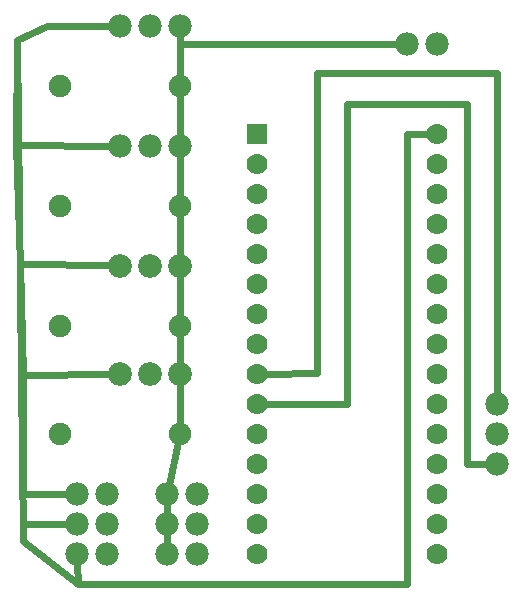
<source format=gbl>
G04 MADE WITH FRITZING*
G04 WWW.FRITZING.ORG*
G04 DOUBLE SIDED*
G04 HOLES PLATED*
G04 CONTOUR ON CENTER OF CONTOUR VECTOR*
%ASAXBY*%
%FSLAX23Y23*%
%MOIN*%
%OFA0B0*%
%SFA1.0B1.0*%
%ADD10C,0.070000*%
%ADD11C,0.078000*%
%ADD12C,0.075000*%
%ADD13C,0.079370*%
%ADD14R,0.069972X0.070000*%
%ADD15C,0.024000*%
%LNCOPPER0*%
G90*
G70*
G54D10*
X930Y1665D03*
X930Y1565D03*
X930Y1465D03*
X930Y1365D03*
X930Y1265D03*
X930Y1165D03*
X930Y1065D03*
X930Y965D03*
X930Y865D03*
X930Y765D03*
X930Y665D03*
X930Y565D03*
X930Y465D03*
X930Y365D03*
X930Y265D03*
X1530Y1665D03*
X1530Y1565D03*
X1530Y1465D03*
X1530Y1365D03*
X1530Y1265D03*
X1530Y1165D03*
X1530Y1065D03*
X1530Y965D03*
X1530Y865D03*
X1530Y765D03*
X1530Y665D03*
X1530Y565D03*
X1530Y465D03*
X1530Y365D03*
X1530Y265D03*
G54D11*
X1730Y765D03*
X1730Y665D03*
X1730Y565D03*
X674Y2026D03*
X574Y2026D03*
X474Y2026D03*
X674Y1626D03*
X574Y1626D03*
X474Y1626D03*
X730Y265D03*
X630Y265D03*
X730Y365D03*
X630Y365D03*
X430Y265D03*
X330Y265D03*
X430Y365D03*
X330Y365D03*
X430Y465D03*
X330Y465D03*
X730Y465D03*
X630Y465D03*
X1530Y1965D03*
X1430Y1965D03*
G54D12*
X274Y1026D03*
X674Y1026D03*
X274Y1426D03*
X674Y1426D03*
X274Y1826D03*
X674Y1826D03*
G54D13*
X674Y865D03*
X574Y865D03*
X474Y865D03*
X674Y1226D03*
X574Y1226D03*
X474Y1226D03*
G54D12*
X273Y665D03*
X673Y665D03*
G54D14*
X930Y1665D03*
G54D15*
X331Y165D02*
X330Y235D01*
D02*
X150Y465D02*
X300Y465D01*
D02*
X150Y862D02*
X150Y465D01*
D02*
X150Y365D02*
X300Y365D01*
D02*
X150Y310D02*
X150Y365D01*
D02*
X1730Y1867D02*
X1730Y795D01*
D02*
X1129Y1867D02*
X1730Y1867D01*
D02*
X1129Y867D02*
X1129Y1867D01*
D02*
X959Y866D02*
X1129Y867D01*
D02*
X1629Y566D02*
X1630Y1766D01*
D02*
X1630Y1766D02*
X1230Y1766D01*
D02*
X1230Y1766D02*
X1230Y766D01*
D02*
X1230Y766D02*
X959Y765D01*
D02*
X1700Y565D02*
X1629Y566D01*
D02*
X674Y1965D02*
X674Y1996D01*
D02*
X1400Y1965D02*
X674Y1965D01*
D02*
X674Y1996D02*
X674Y1855D01*
D02*
X674Y1797D02*
X674Y1656D01*
D02*
X674Y1596D02*
X674Y1455D01*
D02*
X674Y1397D02*
X674Y1257D01*
D02*
X674Y1195D02*
X674Y1055D01*
D02*
X1430Y1664D02*
X1430Y166D01*
D02*
X1430Y166D02*
X331Y165D01*
D02*
X331Y165D02*
X150Y310D01*
D02*
X150Y310D02*
X129Y1979D01*
D02*
X129Y1979D02*
X230Y2026D01*
D02*
X230Y2026D02*
X443Y2026D01*
D02*
X1501Y1665D02*
X1430Y1664D01*
D02*
X126Y1629D02*
X443Y1626D01*
D02*
X129Y1979D02*
X126Y1629D01*
D02*
X140Y1233D02*
X443Y1227D01*
D02*
X126Y1629D02*
X140Y1233D01*
D02*
X674Y896D02*
X674Y997D01*
D02*
X630Y395D02*
X630Y435D01*
D02*
X630Y295D02*
X630Y335D01*
D02*
X150Y862D02*
X443Y865D01*
D02*
X140Y1233D02*
X150Y862D01*
D02*
X636Y495D02*
X667Y637D01*
D02*
X673Y694D02*
X674Y835D01*
G04 End of Copper0*
M02*
</source>
